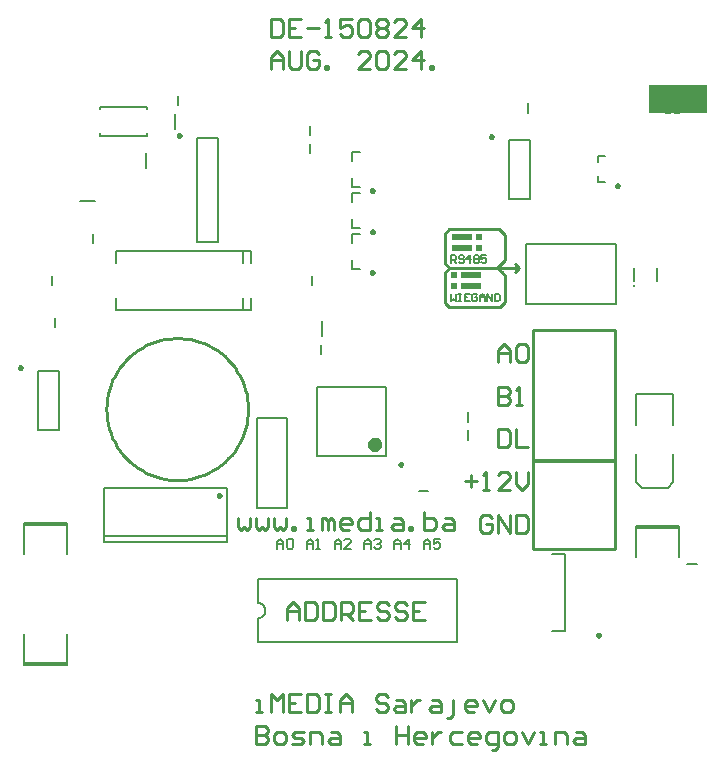
<source format=gto>
%FSDAX24Y24*%
%MOIN*%
%SFA1B1*%

%IPPOS*%
%ADD10C,0.009800*%
%ADD11C,0.010000*%
%ADD12C,0.023600*%
%ADD13C,0.007900*%
%ADD14C,0.003900*%
%ADD15C,0.008000*%
%ADD16C,0.005000*%
%ADD17R,0.194000X0.097000*%
%ADD18R,0.067000X0.022000*%
%ADD19R,0.068000X0.022000*%
%ADD20R,0.019000X0.022000*%
%LNde-150824-1*%
%LPD*%
G54D10*
X020141Y022633D02*
D01*
X020140Y022636*
X020140Y022639*
X020139Y022643*
X020139Y022646*
X020138Y022649*
X020136Y022652*
X020135Y022656*
X020133Y022658*
X020131Y022661*
X020129Y022664*
X020127Y022667*
X020124Y022669*
X020122Y022671*
X020119Y022673*
X020116Y022675*
X020113Y022677*
X020110Y022678*
X020107Y022679*
X020103Y022680*
X020100Y022681*
X020097Y022681*
X020093Y022681*
X020090*
X020086Y022681*
X020083Y022681*
X020080Y022680*
X020076Y022679*
X020073Y022678*
X020070Y022677*
X020067Y022675*
X020064Y022673*
X020061Y022671*
X020059Y022669*
X020056Y022667*
X020054Y022664*
X020052Y022661*
X020050Y022658*
X020048Y022656*
X020047Y022652*
X020045Y022649*
X020044Y022646*
X020044Y022643*
X020043Y022639*
X020043Y022636*
X020043Y022633*
X020043Y022629*
X020043Y022626*
X020044Y022622*
X020044Y022619*
X020045Y022616*
X020047Y022613*
X020048Y022609*
X020050Y022607*
X020052Y022604*
X020054Y022601*
X020056Y022598*
X020059Y022596*
X020061Y022594*
X020064Y022592*
X020067Y022590*
X020070Y022588*
X020073Y022587*
X020076Y022586*
X020080Y022585*
X020083Y022584*
X020086Y022584*
X020090Y022584*
X020093*
X020097Y022584*
X020100Y022584*
X020103Y022585*
X020107Y022586*
X020110Y022587*
X020113Y022588*
X020116Y022590*
X020119Y022592*
X020122Y022594*
X020124Y022596*
X020127Y022598*
X020129Y022601*
X020131Y022604*
X020133Y022607*
X020135Y022609*
X020136Y022613*
X020138Y022616*
X020139Y022619*
X020139Y022622*
X020140Y022626*
X020140Y022629*
X020141Y022633*
X033404Y032949D02*
D01*
X033403Y032952*
X033403Y032955*
X033402Y032959*
X033402Y032962*
X033401Y032965*
X033399Y032968*
X033398Y032972*
X033396Y032974*
X033394Y032977*
X033392Y032980*
X033390Y032983*
X033387Y032985*
X033385Y032987*
X033382Y032989*
X033379Y032991*
X033376Y032993*
X033373Y032994*
X033370Y032995*
X033366Y032996*
X033363Y032997*
X033360Y032997*
X033356Y032997*
X033353*
X033349Y032997*
X033346Y032997*
X033343Y032996*
X033339Y032995*
X033336Y032994*
X033333Y032993*
X033330Y032991*
X033327Y032989*
X033324Y032987*
X033322Y032985*
X033319Y032983*
X033317Y032980*
X033315Y032977*
X033313Y032974*
X033311Y032972*
X033310Y032968*
X033308Y032965*
X033307Y032962*
X033307Y032959*
X033306Y032955*
X033306Y032952*
X033306Y032949*
X033306Y032945*
X033306Y032942*
X033307Y032938*
X033307Y032935*
X033308Y032932*
X033310Y032929*
X033311Y032925*
X033313Y032923*
X033315Y032920*
X033317Y032917*
X033319Y032914*
X033322Y032912*
X033324Y032910*
X033327Y032908*
X033330Y032906*
X033333Y032904*
X033336Y032903*
X033339Y032902*
X033343Y032901*
X033346Y032900*
X033349Y032900*
X033353Y032900*
X033356*
X033360Y032900*
X033363Y032900*
X033366Y032901*
X033370Y032902*
X033373Y032903*
X033376Y032904*
X033379Y032906*
X033382Y032908*
X033385Y032910*
X033387Y032912*
X033390Y032914*
X033392Y032917*
X033394Y032920*
X033396Y032923*
X033398Y032925*
X033399Y032929*
X033401Y032932*
X033402Y032935*
X033402Y032938*
X033403Y032942*
X033403Y032945*
X033404Y032949*
X029204Y034585D02*
D01*
X029203Y034588*
X029203Y034591*
X029202Y034595*
X029202Y034598*
X029201Y034601*
X029199Y034604*
X029198Y034608*
X029196Y034610*
X029194Y034613*
X029192Y034616*
X029190Y034619*
X029187Y034621*
X029185Y034623*
X029182Y034625*
X029179Y034627*
X029176Y034629*
X029173Y034630*
X029170Y034631*
X029166Y034632*
X029163Y034633*
X029160Y034633*
X029156Y034633*
X029153*
X029149Y034633*
X029146Y034633*
X029143Y034632*
X029139Y034631*
X029136Y034630*
X029133Y034629*
X029130Y034627*
X029127Y034625*
X029124Y034623*
X029122Y034621*
X029119Y034619*
X029117Y034616*
X029115Y034613*
X029113Y034610*
X029111Y034608*
X029110Y034604*
X029108Y034601*
X029107Y034598*
X029107Y034595*
X029106Y034591*
X029106Y034588*
X029106Y034585*
X029106Y034581*
X029106Y034578*
X029107Y034574*
X029107Y034571*
X029108Y034568*
X029110Y034565*
X029111Y034561*
X029113Y034559*
X029115Y034556*
X029117Y034553*
X029119Y034550*
X029122Y034548*
X029124Y034546*
X029127Y034544*
X029130Y034542*
X029133Y034540*
X029136Y034539*
X029139Y034538*
X029143Y034537*
X029146Y034536*
X029149Y034536*
X029153Y034536*
X029156*
X029160Y034536*
X029163Y034536*
X029166Y034537*
X029170Y034538*
X029173Y034539*
X029176Y034540*
X029179Y034542*
X029182Y034544*
X029185Y034546*
X029187Y034548*
X029190Y034550*
X029192Y034553*
X029194Y034556*
X029196Y034559*
X029198Y034561*
X029199Y034565*
X029201Y034568*
X029202Y034571*
X029202Y034574*
X029203Y034578*
X029203Y034581*
X029204Y034585*
X032782Y017967D02*
D01*
X032781Y017970*
X032781Y017973*
X032780Y017977*
X032780Y017980*
X032779Y017983*
X032777Y017986*
X032776Y017990*
X032774Y017992*
X032772Y017995*
X032770Y017998*
X032768Y018001*
X032765Y018003*
X032763Y018005*
X032760Y018007*
X032757Y018009*
X032754Y018011*
X032751Y018012*
X032748Y018013*
X032744Y018014*
X032741Y018015*
X032738Y018015*
X032734Y018015*
X032731*
X032727Y018015*
X032724Y018015*
X032721Y018014*
X032717Y018013*
X032714Y018012*
X032711Y018011*
X032708Y018009*
X032705Y018007*
X032702Y018005*
X032700Y018003*
X032697Y018001*
X032695Y017998*
X032693Y017995*
X032691Y017992*
X032689Y017990*
X032688Y017986*
X032686Y017983*
X032685Y017980*
X032685Y017977*
X032684Y017973*
X032684Y017970*
X032684Y017967*
X032684Y017963*
X032684Y017960*
X032685Y017956*
X032685Y017953*
X032686Y017950*
X032688Y017947*
X032689Y017943*
X032691Y017941*
X032693Y017938*
X032695Y017935*
X032697Y017932*
X032700Y017930*
X032702Y017928*
X032705Y017926*
X032708Y017924*
X032711Y017922*
X032714Y017921*
X032717Y017920*
X032721Y017919*
X032724Y017918*
X032727Y017918*
X032731Y017918*
X032734*
X032738Y017918*
X032741Y017918*
X032744Y017919*
X032748Y017920*
X032751Y017921*
X032754Y017922*
X032757Y017924*
X032760Y017926*
X032763Y017928*
X032765Y017930*
X032768Y017932*
X032770Y017935*
X032772Y017938*
X032774Y017941*
X032776Y017943*
X032777Y017947*
X032779Y017950*
X032780Y017953*
X032780Y017956*
X032781Y017960*
X032781Y017963*
X032782Y017967*
X026193Y023673D02*
D01*
X026192Y023676*
X026192Y023679*
X026191Y023683*
X026191Y023686*
X026190Y023689*
X026188Y023692*
X026187Y023696*
X026185Y023698*
X026183Y023701*
X026181Y023704*
X026179Y023707*
X026176Y023709*
X026174Y023711*
X026171Y023713*
X026168Y023715*
X026165Y023717*
X026162Y023718*
X026159Y023719*
X026155Y023720*
X026152Y023721*
X026149Y023721*
X026145Y023721*
X026142*
X026138Y023721*
X026135Y023721*
X026132Y023720*
X026128Y023719*
X026125Y023718*
X026122Y023717*
X026119Y023715*
X026116Y023713*
X026113Y023711*
X026111Y023709*
X026108Y023707*
X026106Y023704*
X026104Y023701*
X026102Y023698*
X026100Y023696*
X026099Y023692*
X026097Y023689*
X026096Y023686*
X026096Y023683*
X026095Y023679*
X026095Y023676*
X026095Y023673*
X026095Y023669*
X026095Y023666*
X026096Y023662*
X026096Y023659*
X026097Y023656*
X026099Y023653*
X026100Y023649*
X026102Y023647*
X026104Y023644*
X026106Y023641*
X026108Y023638*
X026111Y023636*
X026113Y023634*
X026116Y023632*
X026119Y023630*
X026122Y023628*
X026125Y023627*
X026128Y023626*
X026132Y023625*
X026135Y023624*
X026138Y023624*
X026142Y023624*
X026145*
X026149Y023624*
X026152Y023624*
X026155Y023625*
X026159Y023626*
X026162Y023627*
X026165Y023628*
X026168Y023630*
X026171Y023632*
X026174Y023634*
X026176Y023636*
X026179Y023638*
X026181Y023641*
X026183Y023644*
X026185Y023647*
X026187Y023649*
X026188Y023653*
X026190Y023656*
X026191Y023659*
X026191Y023662*
X026192Y023666*
X026192Y023669*
X026193Y023673*
X025243Y032791D02*
D01*
X025242Y032794*
X025242Y032797*
X025241Y032801*
X025241Y032804*
X025240Y032807*
X025238Y032810*
X025237Y032814*
X025235Y032816*
X025233Y032819*
X025231Y032822*
X025229Y032825*
X025226Y032827*
X025224Y032829*
X025221Y032831*
X025218Y032833*
X025215Y032835*
X025212Y032836*
X025209Y032837*
X025205Y032838*
X025202Y032839*
X025199Y032839*
X025195Y032839*
X025192*
X025188Y032839*
X025185Y032839*
X025182Y032838*
X025178Y032837*
X025175Y032836*
X025172Y032835*
X025169Y032833*
X025166Y032831*
X025163Y032829*
X025161Y032827*
X025158Y032825*
X025156Y032822*
X025154Y032819*
X025152Y032816*
X025150Y032814*
X025149Y032810*
X025147Y032807*
X025146Y032804*
X025146Y032801*
X025145Y032797*
X025145Y032794*
X025145Y032791*
X025145Y032787*
X025145Y032784*
X025146Y032780*
X025146Y032777*
X025147Y032774*
X025149Y032771*
X025150Y032767*
X025152Y032765*
X025154Y032762*
X025156Y032759*
X025158Y032756*
X025161Y032754*
X025163Y032752*
X025166Y032750*
X025169Y032748*
X025172Y032746*
X025175Y032745*
X025178Y032744*
X025182Y032743*
X025185Y032742*
X025188Y032742*
X025192Y032742*
X025195*
X025199Y032742*
X025202Y032742*
X025205Y032743*
X025209Y032744*
X025212Y032745*
X025215Y032746*
X025218Y032748*
X025221Y032750*
X025224Y032752*
X025226Y032754*
X025229Y032756*
X025231Y032759*
X025233Y032762*
X025235Y032765*
X025237Y032767*
X025238Y032771*
X025240Y032774*
X025241Y032777*
X025241Y032780*
X025242Y032784*
X025242Y032787*
X025243Y032791*
Y031421D02*
D01*
X025242Y031424*
X025242Y031427*
X025241Y031431*
X025241Y031434*
X025240Y031437*
X025238Y031440*
X025237Y031444*
X025235Y031446*
X025233Y031449*
X025231Y031452*
X025229Y031455*
X025226Y031457*
X025224Y031459*
X025221Y031461*
X025218Y031463*
X025215Y031465*
X025212Y031466*
X025209Y031467*
X025205Y031468*
X025202Y031469*
X025199Y031469*
X025195Y031469*
X025192*
X025188Y031469*
X025185Y031469*
X025182Y031468*
X025178Y031467*
X025175Y031466*
X025172Y031465*
X025169Y031463*
X025166Y031461*
X025163Y031459*
X025161Y031457*
X025158Y031455*
X025156Y031452*
X025154Y031449*
X025152Y031446*
X025150Y031444*
X025149Y031440*
X025147Y031437*
X025146Y031434*
X025146Y031431*
X025145Y031427*
X025145Y031424*
X025145Y031421*
X025145Y031417*
X025145Y031414*
X025146Y031410*
X025146Y031407*
X025147Y031404*
X025149Y031401*
X025150Y031397*
X025152Y031395*
X025154Y031392*
X025156Y031389*
X025158Y031386*
X025161Y031384*
X025163Y031382*
X025166Y031380*
X025169Y031378*
X025172Y031376*
X025175Y031375*
X025178Y031374*
X025182Y031373*
X025185Y031372*
X025188Y031372*
X025192Y031372*
X025195*
X025199Y031372*
X025202Y031372*
X025205Y031373*
X025209Y031374*
X025212Y031375*
X025215Y031376*
X025218Y031378*
X025221Y031380*
X025224Y031382*
X025226Y031384*
X025229Y031386*
X025231Y031389*
X025233Y031392*
X025235Y031395*
X025237Y031397*
X025238Y031401*
X025240Y031404*
X025241Y031407*
X025241Y031410*
X025242Y031414*
X025242Y031417*
X025243Y031421*
Y030061D02*
D01*
X025242Y030064*
X025242Y030067*
X025241Y030071*
X025241Y030074*
X025240Y030077*
X025238Y030080*
X025237Y030084*
X025235Y030086*
X025233Y030089*
X025231Y030092*
X025229Y030095*
X025226Y030097*
X025224Y030099*
X025221Y030101*
X025218Y030103*
X025215Y030105*
X025212Y030106*
X025209Y030107*
X025205Y030108*
X025202Y030109*
X025199Y030109*
X025195Y030109*
X025192*
X025188Y030109*
X025185Y030109*
X025182Y030108*
X025178Y030107*
X025175Y030106*
X025172Y030105*
X025169Y030103*
X025166Y030101*
X025163Y030099*
X025161Y030097*
X025158Y030095*
X025156Y030092*
X025154Y030089*
X025152Y030086*
X025150Y030084*
X025149Y030080*
X025147Y030077*
X025146Y030074*
X025146Y030071*
X025145Y030067*
X025145Y030064*
X025145Y030061*
X025145Y030057*
X025145Y030054*
X025146Y030050*
X025146Y030047*
X025147Y030044*
X025149Y030041*
X025150Y030037*
X025152Y030035*
X025154Y030032*
X025156Y030029*
X025158Y030026*
X025161Y030024*
X025163Y030022*
X025166Y030020*
X025169Y030018*
X025172Y030016*
X025175Y030015*
X025178Y030014*
X025182Y030013*
X025185Y030012*
X025188Y030012*
X025192Y030012*
X025195*
X025199Y030012*
X025202Y030012*
X025205Y030013*
X025209Y030014*
X025212Y030015*
X025215Y030016*
X025218Y030018*
X025221Y030020*
X025224Y030022*
X025226Y030024*
X025229Y030026*
X025231Y030029*
X025233Y030032*
X025235Y030035*
X025237Y030037*
X025238Y030041*
X025240Y030044*
X025241Y030047*
X025241Y030050*
X025242Y030054*
X025242Y030057*
X025243Y030061*
X018804Y034635D02*
D01*
X018803Y034638*
X018803Y034641*
X018802Y034645*
X018802Y034648*
X018801Y034651*
X018799Y034654*
X018798Y034658*
X018796Y034660*
X018794Y034663*
X018792Y034666*
X018790Y034669*
X018787Y034671*
X018785Y034673*
X018782Y034675*
X018779Y034677*
X018776Y034679*
X018773Y034680*
X018770Y034681*
X018766Y034682*
X018763Y034683*
X018760Y034683*
X018756Y034683*
X018753*
X018749Y034683*
X018746Y034683*
X018743Y034682*
X018739Y034681*
X018736Y034680*
X018733Y034679*
X018730Y034677*
X018727Y034675*
X018724Y034673*
X018722Y034671*
X018719Y034669*
X018717Y034666*
X018715Y034663*
X018713Y034660*
X018711Y034658*
X018710Y034654*
X018708Y034651*
X018707Y034648*
X018707Y034645*
X018706Y034641*
X018706Y034638*
X018706Y034635*
X018706Y034631*
X018706Y034628*
X018707Y034624*
X018707Y034621*
X018708Y034618*
X018710Y034615*
X018711Y034611*
X018713Y034609*
X018715Y034606*
X018717Y034603*
X018719Y034600*
X018722Y034598*
X018724Y034596*
X018727Y034594*
X018730Y034592*
X018733Y034590*
X018736Y034589*
X018739Y034588*
X018743Y034587*
X018746Y034586*
X018749Y034586*
X018753Y034586*
X018756*
X018760Y034586*
X018763Y034586*
X018766Y034587*
X018770Y034588*
X018773Y034589*
X018776Y034590*
X018779Y034592*
X018782Y034594*
X018785Y034596*
X018787Y034598*
X018790Y034600*
X018792Y034603*
X018794Y034606*
X018796Y034609*
X018798Y034611*
X018799Y034615*
X018801Y034618*
X018802Y034621*
X018802Y034624*
X018803Y034628*
X018803Y034631*
X018804Y034635*
X013504Y026885D02*
D01*
X013503Y026888*
X013503Y026891*
X013502Y026895*
X013502Y026898*
X013501Y026901*
X013499Y026904*
X013498Y026908*
X013496Y026910*
X013494Y026913*
X013492Y026916*
X013490Y026919*
X013487Y026921*
X013485Y026923*
X013482Y026925*
X013479Y026927*
X013476Y026929*
X013473Y026930*
X013470Y026931*
X013466Y026932*
X013463Y026933*
X013460Y026933*
X013456Y026933*
X013453*
X013449Y026933*
X013446Y026933*
X013443Y026932*
X013439Y026931*
X013436Y026930*
X013433Y026929*
X013430Y026927*
X013427Y026925*
X013424Y026923*
X013422Y026921*
X013419Y026919*
X013417Y026916*
X013415Y026913*
X013413Y026910*
X013411Y026908*
X013410Y026904*
X013408Y026901*
X013407Y026898*
X013407Y026895*
X013406Y026891*
X013406Y026888*
X013406Y026885*
X013406Y026881*
X013406Y026878*
X013407Y026874*
X013407Y026871*
X013408Y026868*
X013410Y026865*
X013411Y026861*
X013413Y026859*
X013415Y026856*
X013417Y026853*
X013419Y026850*
X013422Y026848*
X013424Y026846*
X013427Y026844*
X013430Y026842*
X013433Y026840*
X013436Y026839*
X013439Y026838*
X013443Y026837*
X013446Y026836*
X013449Y026836*
X013453Y026836*
X013456*
X013460Y026836*
X013463Y026836*
X013466Y026837*
X013470Y026838*
X013473Y026839*
X013476Y026840*
X013479Y026842*
X013482Y026844*
X013485Y026846*
X013487Y026848*
X013490Y026850*
X013492Y026853*
X013494Y026856*
X013496Y026859*
X013498Y026861*
X013499Y026865*
X013501Y026868*
X013502Y026871*
X013502Y026874*
X013503Y026878*
X013503Y026881*
X013504Y026885*
G54D11*
X021052Y025510D02*
D01*
X021046Y025674*
X021029Y025838*
X021000Y026001*
X020960Y026161*
X020909Y026317*
X020847Y026470*
X020775Y026618*
X020693Y026761*
X020600Y026898*
X020499Y027028*
X020389Y027150*
X020270Y027265*
X020144Y027371*
X020010Y027468*
X019871Y027555*
X019725Y027632*
X019574Y027700*
X019419Y027756*
X019261Y027801*
X019100Y027836*
X018936Y027859*
X018772Y027870*
X018607*
X018443Y027859*
X018279Y027836*
X018118Y027801*
X017960Y027756*
X017805Y027700*
X017654Y027632*
X017508Y027555*
X017369Y027468*
X017235Y027371*
X017109Y027265*
X016990Y027150*
X016880Y027028*
X016779Y026898*
X016686Y026761*
X016604Y026618*
X016532Y026470*
X016470Y026317*
X016419Y026161*
X016379Y026001*
X016350Y025838*
X016333Y025674*
X016328Y025510*
X016333Y025345*
X016350Y025181*
X016379Y025018*
X016419Y024858*
X016470Y024702*
X016532Y024549*
X016604Y024401*
X016686Y024258*
X016779Y024121*
X016880Y023991*
X016990Y023869*
X017109Y023754*
X017235Y023648*
X017369Y023551*
X017509Y023464*
X017654Y023387*
X017805Y023319*
X017960Y023263*
X018118Y023218*
X018279Y023183*
X018443Y023160*
X018607Y023149*
X018772*
X018936Y023160*
X019100Y023183*
X019261Y023218*
X019419Y023263*
X019574Y023319*
X019725Y023387*
X019871Y023464*
X020010Y023551*
X020144Y023648*
X020270Y023754*
X020389Y023869*
X020499Y023991*
X020600Y024121*
X020693Y024258*
X020775Y024401*
X020847Y024549*
X020909Y024702*
X020960Y024858*
X021000Y025018*
X021029Y025181*
X021046Y025345*
X021052Y025510*
X030542Y028135D02*
X033298D01*
X030542Y023805D02*
X033298D01*
X030542D02*
Y028135D01*
X033298Y023805D02*
Y028135D01*
X030542Y020834D02*
Y023786D01*
Y020834D02*
X033298D01*
X030542Y023786D02*
X033298D01*
Y020834D02*
Y023786D01*
X027610Y031350D02*
X027760Y031500D01*
X029410D02*
X029600Y031310D01*
Y030470D02*
Y031310D01*
X027610Y030370D02*
X027760Y030220D01*
X027610Y030370D02*
Y031350D01*
X027600Y029060D02*
X027738Y028923D01*
X027600Y029060D02*
Y030060D01*
X027760Y030220*
X029350*
X029500Y030070*
X029610Y029960*
X029350Y030220D02*
X029600Y030470D01*
X027738Y028923D02*
X029462D01*
X029610Y029070*
Y029960*
X027760Y031500D02*
X029410D01*
X029350Y030220D02*
X030080D01*
X029950Y030350D02*
X030080Y030220D01*
Y030210D02*
Y030220D01*
X029950Y030080D02*
X030080Y030210D01*
X029170Y021870D02*
X029070Y021970D01*
X028870*
X028770Y021870*
Y021470*
X028870Y021370*
X029070*
X029170Y021470*
Y021670*
X028970*
X029370Y021370D02*
Y021970D01*
X029770Y021370*
Y021970*
X029970D02*
Y021370D01*
X030270*
X030370Y021470*
Y021870*
X030270Y021970*
X029970*
X028270Y023100D02*
X028670D01*
X028470Y023300D02*
Y022900D01*
X028870Y022800D02*
X029070D01*
X028970*
Y023400*
X028870Y023300*
X029770Y022800D02*
X029370D01*
X029770Y023200*
Y023300*
X029670Y023400*
X029470*
X029370Y023300*
X029970Y023400D02*
Y023000D01*
X030170Y022800*
X030370Y023000*
Y023400*
X029370Y024830D02*
Y024230D01*
X029670*
X029770Y024330*
Y024730*
X029670Y024830*
X029370*
X029970D02*
Y024230D01*
X030370*
X029370Y026260D02*
Y025660D01*
X029670*
X029770Y025760*
Y025860*
X029670Y025960*
X029370*
X029670*
X029770Y026060*
Y026160*
X029670Y026260*
X029370*
X029970Y025660D02*
X030170D01*
X030070*
Y026260*
X029970Y026160*
X029370Y027090D02*
Y027490D01*
X029570Y027690*
X029770Y027490*
Y027090*
Y027390*
X029370*
X029970Y027590D02*
X030070Y027690D01*
X030270*
X030370Y027590*
Y027190*
X030270Y027090*
X030070*
X029970Y027190*
Y027590*
X020720Y021890D02*
Y021590D01*
X020820Y021490*
X020920Y021590*
X021020Y021490*
X021120Y021590*
Y021890*
X021320D02*
Y021590D01*
X021420Y021490*
X021520Y021590*
X021620Y021490*
X021720Y021590*
Y021890*
X021920D02*
Y021590D01*
X022020Y021490*
X022120Y021590*
X022220Y021490*
X022319Y021590*
Y021890*
X022519Y021490D02*
Y021590D01*
X022619*
Y021490*
X022519*
X023019D02*
X023219D01*
X023119*
Y021890*
X023019*
X023519Y021490D02*
Y021890D01*
X023619*
X023719Y021790*
Y021490*
Y021790*
X023819Y021890*
X023919Y021790*
Y021490*
X024419D02*
X024219D01*
X024119Y021590*
Y021790*
X024219Y021890*
X024419*
X024519Y021790*
Y021690*
X024119*
X025119Y022090D02*
Y021490D01*
X024819*
X024719Y021590*
Y021790*
X024819Y021890*
X025119*
X025319Y021490D02*
X025518D01*
X025418*
Y021890*
X025319*
X025918D02*
X026118D01*
X026218Y021790*
Y021490*
X025918*
X025818Y021590*
X025918Y021690*
X026218*
X026418Y021490D02*
Y021590D01*
X026518*
Y021490*
X026418*
X026918Y022090D02*
Y021490D01*
X027218*
X027318Y021590*
Y021690*
Y021790*
X027218Y021890*
X026918*
X027618D02*
X027818D01*
X027918Y021790*
Y021490*
X027618*
X027518Y021590*
X027618Y021690*
X027918*
X021300Y015410D02*
X021500D01*
X021400*
Y015810*
X021300*
X021800Y015410D02*
Y016010D01*
X022000Y015810*
X022200Y016010*
Y015410*
X022800Y016010D02*
X022400D01*
Y015410*
X022800*
X022400Y015710D02*
X022600D01*
X022999Y016010D02*
Y015410D01*
X023299*
X023399Y015510*
Y015910*
X023299Y016010*
X022999*
X023599D02*
X023799D01*
X023699*
Y015410*
X023599*
X023799*
X024099D02*
Y015810D01*
X024299Y016010*
X024499Y015810*
Y015410*
Y015710*
X024099*
X025699Y015910D02*
X025599Y016010D01*
X025399*
X025299Y015910*
Y015810*
X025399Y015710*
X025599*
X025699Y015610*
Y015510*
X025599Y015410*
X025399*
X025299Y015510*
X025998Y015810D02*
X026198D01*
X026298Y015710*
Y015410*
X025998*
X025899Y015510*
X025998Y015610*
X026298*
X026498Y015810D02*
Y015410D01*
Y015610*
X026598Y015710*
X026698Y015810*
X026798*
X027198D02*
X027398D01*
X027498Y015710*
Y015410*
X027198*
X027098Y015510*
X027198Y015610*
X027498*
X027698Y015210D02*
X027798D01*
X027898Y015310*
Y015810*
X028598Y015410D02*
X028398D01*
X028298Y015510*
Y015710*
X028398Y015810*
X028598*
X028698Y015710*
Y015610*
X028298*
X028898Y015810D02*
X029097Y015410D01*
X029297Y015810*
X029597Y015410D02*
X029797D01*
X029897Y015510*
Y015710*
X029797Y015810*
X029597*
X029497Y015710*
Y015510*
X029597Y015410*
X021300Y014940D02*
Y014340D01*
X021600*
X021700Y014440*
Y014540*
X021600Y014640*
X021300*
X021600*
X021700Y014740*
Y014840*
X021600Y014940*
X021300*
X022000Y014340D02*
X022200D01*
X022300Y014440*
Y014640*
X022200Y014740*
X022000*
X021900Y014640*
Y014440*
X022000Y014340*
X022500D02*
X022800D01*
X022899Y014440*
X022800Y014540*
X022600*
X022500Y014640*
X022600Y014740*
X022899*
X023099Y014340D02*
Y014740D01*
X023399*
X023499Y014640*
Y014340*
X023799Y014740D02*
X023999D01*
X024099Y014640*
Y014340*
X023799*
X023699Y014440*
X023799Y014540*
X024099*
X024899Y014340D02*
X025099D01*
X024999*
Y014740*
X024899*
X025998Y014940D02*
Y014340D01*
Y014640*
X026398*
Y014940*
Y014340*
X026898D02*
X026698D01*
X026598Y014440*
Y014640*
X026698Y014740*
X026898*
X026998Y014640*
Y014540*
X026598*
X027198Y014740D02*
Y014340D01*
Y014540*
X027298Y014640*
X027398Y014740*
X027498*
X028198D02*
X027898D01*
X027798Y014640*
Y014440*
X027898Y014340*
X028198*
X028698D02*
X028498D01*
X028398Y014440*
Y014640*
X028498Y014740*
X028698*
X028798Y014640*
Y014540*
X028398*
X029197Y014140D02*
X029297D01*
X029397Y014240*
Y014740*
X029097*
X028998Y014640*
Y014440*
X029097Y014340*
X029397*
X029697D02*
X029897D01*
X029997Y014440*
Y014640*
X029897Y014740*
X029697*
X029597Y014640*
Y014440*
X029697Y014340*
X030197Y014740D02*
X030397Y014340D01*
X030597Y014740*
X030797Y014340D02*
X030997D01*
X030897*
Y014740*
X030797*
X031297Y014340D02*
Y014740D01*
X031597*
X031697Y014640*
Y014340*
X031997Y014740D02*
X032196D01*
X032296Y014640*
Y014340*
X031997*
X031897Y014440*
X031997Y014540*
X032296*
X021810Y038500D02*
Y037900D01*
X022110*
X022210Y038000*
Y038400*
X022110Y038500*
X021810*
X022810D02*
X022410D01*
Y037900*
X022810*
X022410Y038200D02*
X022610D01*
X023010D02*
X023409D01*
X023609Y037900D02*
X023809D01*
X023709*
Y038500*
X023609Y038400*
X024509Y038500D02*
X024109D01*
Y038200*
X024309Y038300*
X024409*
X024509Y038200*
Y038000*
X024409Y037900*
X024209*
X024109Y038000*
X024709Y038400D02*
X024809Y038500D01*
X025009*
X025109Y038400*
Y038000*
X025009Y037900*
X024809*
X024709Y038000*
Y038400*
X025309D02*
X025409Y038500D01*
X025609*
X025709Y038400*
Y038300*
X025609Y038200*
X025709Y038100*
Y038000*
X025609Y037900*
X025409*
X025309Y038000*
Y038100*
X025409Y038200*
X025309Y038300*
Y038400*
X025409Y038200D02*
X025609D01*
X026309Y037900D02*
X025909D01*
X026309Y038300*
Y038400*
X026209Y038500*
X026009*
X025909Y038400*
X026808Y037900D02*
Y038500D01*
X026508Y038200*
X026908*
X021810Y036840D02*
Y037240D01*
X022010Y037440*
X022210Y037240*
Y036840*
Y037140*
X021810*
X022410Y037440D02*
Y036940D01*
X022510Y036840*
X022710*
X022810Y036940*
Y037440*
X023409Y037340D02*
X023310Y037440D01*
X023110*
X023010Y037340*
Y036940*
X023110Y036840*
X023310*
X023409Y036940*
Y037140*
X023210*
X023609Y036840D02*
Y036940D01*
X023709*
Y036840*
X023609*
X025109D02*
X024709D01*
X025109Y037240*
Y037340*
X025009Y037440*
X024809*
X024709Y037340*
X025309D02*
X025409Y037440D01*
X025609*
X025709Y037340*
Y036940*
X025609Y036840*
X025409*
X025309Y036940*
Y037340*
X026309Y036840D02*
X025909D01*
X026309Y037240*
Y037340*
X026209Y037440*
X026009*
X025909Y037340*
X026808Y036840D02*
Y037440D01*
X026508Y037140*
X026908*
X027108Y036840D02*
Y036940D01*
X027208*
Y036840*
X027108*
X022340Y018470D02*
Y018870D01*
X022540Y019070*
X022740Y018870*
Y018470*
Y018770*
X022340*
X022940Y019070D02*
Y018470D01*
X023240*
X023340Y018570*
Y018970*
X023240Y019070*
X022940*
X023540D02*
Y018470D01*
X023840*
X023939Y018570*
Y018970*
X023840Y019070*
X023540*
X024139Y018470D02*
Y019070D01*
X024439*
X024539Y018970*
Y018770*
X024439Y018670*
X024139*
X024339D02*
X024539Y018470D01*
X025139Y019070D02*
X024739D01*
Y018470*
X025139*
X024739Y018770D02*
X024939D01*
X025739Y018970D02*
X025639Y019070D01*
X025439*
X025339Y018970*
Y018870*
X025439Y018770*
X025639*
X025739Y018670*
Y018570*
X025639Y018470*
X025439*
X025339Y018570*
X026339Y018970D02*
X026239Y019070D01*
X026039*
X025939Y018970*
Y018870*
X026039Y018770*
X026239*
X026339Y018670*
Y018570*
X026239Y018470*
X026039*
X025939Y018570*
X026939Y019070D02*
X026539D01*
Y018470*
X026939*
X026539Y018770D02*
X026739D01*
X035630Y035960D02*
X035580Y036010D01*
X035480*
X035430Y035960*
Y035760*
X035480Y035710*
X035580*
X035630Y035760*
X035730Y035710D02*
X035830D01*
X035780*
Y036010*
X035730Y035960*
X035626D02*
X035576Y036010D01*
X035476*
X035426Y035960*
Y035760*
X035476Y035710*
X035576*
X035626Y035760*
X035926Y035710D02*
X035726D01*
X035926Y035910*
Y035960*
X035876Y036010*
X035776*
X035726Y035960*
X035630D02*
X035580Y036010D01*
X035480*
X035430Y035960*
Y035760*
X035480Y035710*
X035580*
X035630Y035760*
X035730Y035960D02*
X035780Y036010D01*
X035880*
X035930Y035960*
Y035910*
X035880Y035860*
X035830*
X035880*
X035930Y035810*
Y035760*
X035880Y035710*
X035780*
X035730Y035760*
X035630Y035960D02*
X035580Y036010D01*
X035480*
X035430Y035960*
Y035760*
X035480Y035710*
X035580*
X035630Y035760*
X035880Y035710D02*
Y036010D01*
X035730Y035860*
X035930*
X035630Y035960D02*
X035580Y036010D01*
X035480*
X035430Y035960*
Y035760*
X035480Y035710*
X035580*
X035630Y035760*
X035930Y036010D02*
X035730D01*
Y035860*
X035830Y035910*
X035880*
X035930Y035860*
Y035760*
X035880Y035710*
X035780*
X035730Y035760*
X035630Y035960D02*
X035580Y036010D01*
X035480*
X035430Y035960*
Y035760*
X035480Y035710*
X035580*
X035630Y035760*
X035930Y036010D02*
X035830Y035960D01*
X035730Y035860*
Y035760*
X035780Y035710*
X035880*
X035930Y035760*
Y035810*
X035880Y035860*
X035730*
X035630Y035960D02*
X035580Y036010D01*
X035480*
X035430Y035960*
Y035760*
X035480Y035710*
X035580*
X035630Y035760*
X035730Y036010D02*
X035930D01*
Y035960*
X035730Y035760*
Y035710*
X035630Y035960D02*
X035580Y036010D01*
X035480*
X035430Y035960*
Y035760*
X035480Y035710*
X035580*
X035630Y035760*
X035730Y035960D02*
X035780Y036010D01*
X035880*
X035930Y035960*
Y035910*
X035880Y035860*
X035930Y035810*
Y035760*
X035880Y035710*
X035780*
X035730Y035760*
Y035810*
X035780Y035860*
X035730Y035910*
Y035960*
X035780Y035860D02*
X035880D01*
X035630Y035960D02*
X035580Y036010D01*
X035480*
X035430Y035960*
Y035760*
X035480Y035710*
X035580*
X035630Y035760*
X035730D02*
X035780Y035710D01*
X035880*
X035930Y035760*
Y035960*
X035880Y036010*
X035780*
X035730Y035960*
Y035910*
X035780Y035860*
X035930*
X035630Y035960D02*
X035580Y036010D01*
X035480*
X035430Y035960*
Y035760*
X035480Y035710*
X035580*
X035630Y035760*
X035730Y035710D02*
X035830D01*
X035780*
Y036010*
X035730Y035960*
X035980Y035710D02*
X036080D01*
X036030*
Y036010*
X035980Y035960*
X035630D02*
X035580Y036010D01*
X035480*
X035430Y035960*
Y035760*
X035480Y035710*
X035580*
X035630Y035760*
X035730Y035710D02*
X035830D01*
X035780*
Y036010*
X035730Y035960*
X036180Y035710D02*
X035980D01*
X036180Y035910*
Y035960*
X036130Y036010*
X036030*
X035980Y035960*
X035630D02*
X035580Y036010D01*
X035480*
X035430Y035960*
Y035760*
X035480Y035710*
X035580*
X035630Y035760*
X035730Y035710D02*
X035830D01*
X035780*
Y036010*
X035730Y035960*
X036130Y035710D02*
Y036010D01*
X035980Y035860*
X036180*
X035626Y035960D02*
X035576Y036010D01*
X035476*
X035426Y035960*
Y035760*
X035476Y035710*
X035576*
X035626Y035760*
X035726Y035710D02*
X035826D01*
X035776*
Y036010*
X035726Y035960*
X036176Y036010D02*
X035976D01*
Y035860*
X036076Y035910*
X036126*
X036176Y035860*
Y035760*
X036126Y035710*
X036026*
X035976Y035760*
X035630Y035960D02*
X035580Y036010D01*
X035480*
X035430Y035960*
Y035760*
X035480Y035710*
X035580*
X035630Y035760*
X035730Y035710D02*
X035830D01*
X035780*
Y036010*
X035730Y035960*
X036180Y036010D02*
X036080Y035960D01*
X035980Y035860*
Y035760*
X036030Y035710*
X036130*
X036180Y035760*
Y035810*
X036130Y035860*
X035980*
X035630Y035960D02*
X035580Y036010D01*
X035480*
X035430Y035960*
Y035760*
X035480Y035710*
X035580*
X035630Y035760*
X035730Y035710D02*
X035830D01*
X035780*
Y036010*
X035730Y035960*
X035980D02*
X036030Y036010D01*
X036130*
X036180Y035960*
Y035910*
X036130Y035860*
X036180Y035810*
Y035760*
X036130Y035710*
X036030*
X035980Y035760*
Y035810*
X036030Y035860*
X035980Y035910*
Y035960*
X036030Y035860D02*
X036130D01*
X035630Y035960D02*
X035580Y036010D01*
X035480*
X035430Y035960*
Y035760*
X035480Y035710*
X035580*
X035630Y035760*
X035730Y035710D02*
X035830D01*
X035780*
Y036010*
X035730Y035960*
X035980Y035760D02*
X036030Y035710D01*
X036130*
X036180Y035760*
Y035960*
X036130Y036010*
X036030*
X035980Y035960*
Y035910*
X036030Y035860*
X036180*
X035630Y035960D02*
X035580Y036010D01*
X035480*
X035430Y035960*
Y035760*
X035480Y035710*
X035580*
X035630Y035760*
X035930Y035710D02*
X035730D01*
X035930Y035910*
Y035960*
X035880Y036010*
X035780*
X035730Y035960*
X036030D02*
X036080Y036010D01*
X036180*
X036230Y035960*
Y035760*
X036180Y035710*
X036080*
X036030Y035760*
Y035960*
X035630D02*
X035580Y036010D01*
X035480*
X035430Y035960*
Y035760*
X035480Y035710*
X035580*
X035630Y035760*
X035930Y035710D02*
X035730D01*
X035930Y035910*
Y035960*
X035880Y036010*
X035780*
X035730Y035960*
X036030Y035710D02*
X036130D01*
X036080*
Y036010*
X036030Y035960*
X035630D02*
X035580Y036010D01*
X035480*
X035430Y035960*
Y035760*
X035480Y035710*
X035580*
X035630Y035760*
X035930Y035710D02*
X035730D01*
X035930Y035910*
Y035960*
X035880Y036010*
X035780*
X035730Y035960*
X036230Y035710D02*
X036030D01*
X036230Y035910*
Y035960*
X036180Y036010*
X036080*
X036030Y035960*
X035430Y036010D02*
Y035710D01*
X035580*
X035630Y035760*
Y035960*
X035580Y036010*
X035430*
X035730Y035710D02*
X035830D01*
X035780*
Y036010*
X035730Y035960*
X035430Y036010D02*
Y035710D01*
X035630*
X035730D02*
X035830D01*
X035780*
Y036010*
X035730Y035960*
X035420Y036004D02*
Y035704D01*
X035620*
X035920Y035954D02*
X035870Y036004D01*
X035770*
X035720Y035954*
Y035904*
X035770Y035854*
X035870*
X035920Y035804*
Y035754*
X035870Y035704*
X035770*
X035720Y035754*
X036020Y035704D02*
X036120D01*
X036070*
Y036004*
X036020Y035954*
X035430Y035710D02*
Y036010D01*
X035580*
X035630Y035960*
Y035860*
X035580Y035810*
X035430*
X035730Y035710D02*
X035830D01*
X035780*
Y036010*
X035730Y035960*
X035430Y035710D02*
Y036010D01*
X035580*
X035630Y035960*
Y035860*
X035580Y035810*
X035430*
X035930Y035710D02*
X035730D01*
X035930Y035910*
Y035960*
X035880Y036010*
X035780*
X035730Y035960*
X035430Y035704D02*
Y036004D01*
X035580*
X035630Y035954*
Y035854*
X035580Y035804*
X035430*
X035930Y035954D02*
X035880Y036004D01*
X035780*
X035730Y035954*
Y035904*
X035780Y035854*
X035880*
X035930Y035804*
Y035754*
X035880Y035704*
X035780*
X035730Y035754*
X036030Y035704D02*
X036130D01*
X036080*
Y036004*
X036030Y035954*
X035623Y035756D02*
Y035956D01*
X035573Y036006*
X035473*
X035423Y035956*
Y035756*
X035473Y035706*
X035573*
X035523Y035806D02*
X035623Y035706D01*
X035573D02*
X035623Y035756D01*
X035923Y035706D02*
X035723D01*
X035923Y035906*
Y035956*
X035873Y036006*
X035773*
X035723Y035956*
X035623Y035753D02*
Y035953D01*
X035573Y036003*
X035473*
X035423Y035953*
Y035753*
X035473Y035703*
X035573*
X035523Y035803D02*
X035623Y035703D01*
X035573D02*
X035623Y035753D01*
X035873Y035703D02*
Y036003D01*
X035723Y035853*
X035923*
X035623Y035760D02*
Y035960D01*
X035573Y036010*
X035473*
X035423Y035960*
Y035760*
X035473Y035710*
X035573*
X035523Y035810D02*
X035623Y035710D01*
X035573D02*
X035623Y035760D01*
X035923Y036010D02*
X035723D01*
Y035860*
X035823Y035910*
X035873*
X035923Y035860*
Y035760*
X035873Y035710*
X035773*
X035723Y035760*
X035430Y035710D02*
Y036010D01*
X035580*
X035630Y035960*
Y035860*
X035580Y035810*
X035430*
X035530D02*
X035630Y035710D01*
X035880D02*
Y036010D01*
X035730Y035860*
X035930*
X035430Y035705D02*
Y036005D01*
X035580*
X035630Y035955*
Y035855*
X035580Y035805*
X035430*
X035530D02*
X035630Y035705D01*
X035930Y036005D02*
X035730D01*
Y035855*
X035830Y035905*
X035880*
X035930Y035855*
Y035755*
X035880Y035705*
X035780*
X035730Y035755*
X035430Y035710D02*
Y036010D01*
X035580*
X035630Y035960*
Y035860*
X035580Y035810*
X035430*
X035530D02*
X035630Y035710D01*
X035930Y036010D02*
X035830Y035960D01*
X035730Y035860*
Y035760*
X035780Y035710*
X035880*
X035930Y035760*
Y035810*
X035880Y035860*
X035730*
X035430Y035710D02*
Y036010D01*
X035580*
X035630Y035960*
Y035860*
X035580Y035810*
X035430*
X035530D02*
X035630Y035710D01*
X035730Y036010D02*
X035930D01*
Y035960*
X035730Y035760*
Y035710*
X035430D02*
Y036010D01*
X035580*
X035630Y035960*
Y035860*
X035580Y035810*
X035430*
X035530D02*
X035630Y035710D01*
X035730D02*
X035830D01*
X035780*
Y036010*
X035730Y035960*
X035980Y035710D02*
X036080D01*
X036030*
Y036010*
X035980Y035960*
X035430Y035710D02*
Y036010D01*
X035580*
X035630Y035960*
Y035860*
X035580Y035810*
X035430*
X035530D02*
X035630Y035710D01*
X035730D02*
X035830D01*
X035780*
Y036010*
X035730Y035960*
X036180Y035710D02*
X035980D01*
X036180Y035910*
Y035960*
X036130Y036010*
X036030*
X035980Y035960*
X035430Y035710D02*
Y036010D01*
X035580*
X035630Y035960*
Y035860*
X035580Y035810*
X035430*
X035530D02*
X035630Y035710D01*
X035730D02*
X035830D01*
X035780*
Y036010*
X035730Y035960*
X035980D02*
X036030Y036010D01*
X036130*
X036180Y035960*
Y035910*
X036130Y035860*
X036080*
X036130*
X036180Y035810*
Y035760*
X036130Y035710*
X036030*
X035980Y035760*
X035430Y035710D02*
Y036010D01*
X035580*
X035630Y035960*
Y035860*
X035580Y035810*
X035430*
X035530D02*
X035630Y035710D01*
X035730D02*
X035830D01*
X035780*
Y036010*
X035730Y035960*
X036180Y036010D02*
X036080Y035960D01*
X035980Y035860*
Y035760*
X036030Y035710*
X036130*
X036180Y035760*
Y035810*
X036130Y035860*
X035980*
X035430Y035710D02*
Y036010D01*
X035580*
X035630Y035960*
Y035860*
X035580Y035810*
X035430*
X035530D02*
X035630Y035710D01*
X035730D02*
X035830D01*
X035780*
Y036010*
X035730Y035960*
X035980Y036010D02*
X036180D01*
Y035960*
X035980Y035760*
Y035710*
X035430D02*
Y036010D01*
X035580*
X035630Y035960*
Y035860*
X035580Y035810*
X035430*
X035530D02*
X035630Y035710D01*
X035730D02*
X035830D01*
X035780*
Y036010*
X035730Y035960*
X035980Y035760D02*
X036030Y035710D01*
X036130*
X036180Y035760*
Y035960*
X036130Y036010*
X036030*
X035980Y035960*
Y035910*
X036030Y035860*
X036180*
X035430Y035710D02*
Y036010D01*
X035580*
X035630Y035960*
Y035860*
X035580Y035810*
X035430*
X035530D02*
X035630Y035710D01*
X035930D02*
X035730D01*
X035930Y035910*
Y035960*
X035880Y036010*
X035780*
X035730Y035960*
X036030D02*
X036080Y036010D01*
X036180*
X036230Y035960*
Y035760*
X036180Y035710*
X036080*
X036030Y035760*
Y035960*
X035430Y035710D02*
Y036010D01*
X035580*
X035630Y035960*
Y035860*
X035580Y035810*
X035430*
X035530D02*
X035630Y035710D01*
X035930D02*
X035730D01*
X035930Y035910*
Y035960*
X035880Y036010*
X035780*
X035730Y035960*
X036030Y035710D02*
X036130D01*
X036080*
Y036010*
X036030Y035960*
X035430Y035705D02*
Y036005D01*
X035580*
X035630Y035955*
Y035855*
X035580Y035805*
X035430*
X035530D02*
X035630Y035705D01*
X035930D02*
X035730D01*
X035930Y035905*
Y035955*
X035880Y036005*
X035780*
X035730Y035955*
X036030D02*
X036080Y036005D01*
X036180*
X036230Y035955*
Y035905*
X036180Y035855*
X036130*
X036180*
X036230Y035805*
Y035755*
X036180Y035705*
X036080*
X036030Y035755*
X035424Y035710D02*
Y036010D01*
X035574*
X035624Y035960*
Y035860*
X035574Y035810*
X035424*
X035524D02*
X035624Y035710D01*
X035924D02*
X035724D01*
X035924Y035910*
Y035960*
X035874Y036010*
X035774*
X035724Y035960*
X036174Y035710D02*
Y036010D01*
X036024Y035860*
X036224*
X035430Y035710D02*
Y036010D01*
X035580*
X035630Y035960*
Y035860*
X035580Y035810*
X035430*
X035530D02*
X035630Y035710D01*
X035930D02*
X035730D01*
X035930Y035910*
Y035960*
X035880Y036010*
X035780*
X035730Y035960*
X036230Y036010D02*
X036030D01*
Y035860*
X036130Y035910*
X036180*
X036230Y035860*
Y035760*
X036180Y035710*
X036080*
X036030Y035760*
X035430Y035710D02*
Y036010D01*
X035580*
X035630Y035960*
Y035860*
X035580Y035810*
X035430*
X035530D02*
X035630Y035710D01*
X035930D02*
X035730D01*
X035930Y035910*
Y035960*
X035880Y036010*
X035780*
X035730Y035960*
X036230Y036010D02*
X036130Y035960D01*
X036030Y035860*
Y035760*
X036080Y035710*
X036180*
X036230Y035760*
Y035810*
X036180Y035860*
X036030*
X035430Y035710D02*
Y036010D01*
X035580*
X035630Y035960*
Y035860*
X035580Y035810*
X035430*
X035530D02*
X035630Y035710D01*
X035930D02*
X035730D01*
X035930Y035910*
Y035960*
X035880Y036010*
X035780*
X035730Y035960*
X036030Y036010D02*
X036230D01*
Y035960*
X036030Y035760*
Y035710*
X035430D02*
Y036010D01*
X035580*
X035630Y035960*
Y035860*
X035580Y035810*
X035430*
X035530D02*
X035630Y035710D01*
X035930D02*
X035730D01*
X035930Y035910*
Y035960*
X035880Y036010*
X035780*
X035730Y035960*
X036030D02*
X036080Y036010D01*
X036180*
X036230Y035960*
Y035910*
X036180Y035860*
X036230Y035810*
Y035760*
X036180Y035710*
X036080*
X036030Y035760*
Y035810*
X036080Y035860*
X036030Y035910*
Y035960*
X036080Y035860D02*
X036180D01*
X035430Y035710D02*
Y036010D01*
X035580*
X035630Y035960*
Y035860*
X035580Y035810*
X035430*
X035530D02*
X035630Y035710D01*
X035930D02*
X035730D01*
X035930Y035910*
Y035960*
X035880Y036010*
X035780*
X035730Y035960*
X036030Y035760D02*
X036080Y035710D01*
X036180*
X036230Y035760*
Y035960*
X036180Y036010*
X036080*
X036030Y035960*
Y035910*
X036080Y035860*
X036230*
X035430Y035710D02*
Y036010D01*
X035580*
X035630Y035960*
Y035860*
X035580Y035810*
X035430*
X035530D02*
X035630Y035710D01*
X035730Y035960D02*
X035780Y036010D01*
X035880*
X035930Y035960*
Y035910*
X035880Y035860*
X035830*
X035880*
X035930Y035810*
Y035760*
X035880Y035710*
X035780*
X035730Y035760*
X036030Y035960D02*
X036080Y036010D01*
X036180*
X036230Y035960*
Y035760*
X036180Y035710*
X036080*
X036030Y035760*
Y035960*
X035430Y035710D02*
Y036010D01*
X035580*
X035630Y035960*
Y035860*
X035580Y035810*
X035430*
X035530D02*
X035630Y035710D01*
X035730Y035960D02*
X035780Y036010D01*
X035880*
X035930Y035960*
Y035910*
X035880Y035860*
X035830*
X035880*
X035930Y035810*
Y035760*
X035880Y035710*
X035780*
X035730Y035760*
X036030Y035710D02*
X036130D01*
X036080*
Y036010*
X036030Y035960*
X035630D02*
X035580Y036010D01*
X035480*
X035430Y035960*
Y035910*
X035480Y035860*
X035580*
X035630Y035810*
Y035760*
X035580Y035710*
X035480*
X035430Y035760*
X035730Y035710D02*
X035830D01*
X035780*
Y036010*
X035730Y035960*
X035430Y036010D02*
Y035760D01*
X035480Y035710*
X035580*
X035630Y035760*
Y036010*
X035930Y035710D02*
X035730D01*
X035930Y035910*
Y035960*
X035880Y036010*
X035780*
X035730Y035960*
X035430Y036010D02*
Y035760D01*
X035480Y035710*
X035580*
X035630Y035760*
Y036010*
X035730Y035960D02*
X035780Y036010D01*
X035880*
X035930Y035960*
Y035910*
X035880Y035860*
X035830*
X035880*
X035930Y035810*
Y035760*
X035880Y035710*
X035780*
X035730Y035760*
X035430Y036010D02*
Y035760D01*
X035480Y035710*
X035580*
X035630Y035760*
Y036010*
X035880Y035710D02*
Y036010D01*
X035730Y035860*
X035930*
X035430Y036010D02*
Y035760D01*
X035480Y035710*
X035580*
X035630Y035760*
Y036010*
X035930D02*
X035730D01*
Y035860*
X035830Y035910*
X035880*
X035930Y035860*
Y035760*
X035880Y035710*
X035780*
X035730Y035760*
X035430Y036010D02*
Y035760D01*
X035480Y035710*
X035580*
X035630Y035760*
Y036010*
X035730D02*
X035930D01*
Y035960*
X035730Y035760*
Y035710*
X035430Y036010D02*
Y035760D01*
X035480Y035710*
X035580*
X035630Y035760*
Y036010*
X035730Y035960D02*
X035780Y036010D01*
X035880*
X035930Y035960*
Y035910*
X035880Y035860*
X035930Y035810*
Y035760*
X035880Y035710*
X035780*
X035730Y035760*
Y035810*
X035780Y035860*
X035730Y035910*
Y035960*
X035780Y035860D02*
X035880D01*
X035430Y036010D02*
Y035760D01*
X035480Y035710*
X035580*
X035630Y035760*
Y036010*
X035730Y035760D02*
X035780Y035710D01*
X035880*
X035930Y035760*
Y035960*
X035880Y036010*
X035780*
X035730Y035960*
Y035910*
X035780Y035860*
X035930*
X035430Y036010D02*
Y035960D01*
X035530Y035860*
X035630Y035960*
Y036010*
X035530Y035860D02*
Y035710D01*
X035730D02*
X035830D01*
X035780*
Y036010*
X035730Y035960*
X035428Y035702D02*
Y035402D01*
X035278*
X035228Y035452*
Y035552*
X035278Y035602*
X035428*
X035128Y035452D02*
X035078Y035402D01*
X034978*
X034928Y035452*
Y035502*
X034978Y035552*
X035028*
X034978*
X034928Y035602*
Y035652*
X034978Y035702*
X035078*
X035128Y035652*
X035428Y035709D02*
Y035409D01*
X035278*
X035228Y035459*
Y035559*
X035278Y035609*
X035428*
X034978Y035709D02*
Y035409D01*
X035128Y035559*
X034928*
X035430Y036010D02*
Y035760D01*
X035480Y035710*
X035580*
X035630Y035760*
Y036010*
X035730Y035710D02*
X035830D01*
X035780*
Y036010*
X035730Y035960*
X035630D02*
X035580Y036010D01*
X035480*
X035430Y035960*
Y035760*
X035480Y035710*
X035580*
X035630Y035760*
X035730Y035710D02*
X035830D01*
X035780*
Y036010*
X035730Y035960*
X035980D02*
X036030Y036010D01*
X036130*
X036180Y035960*
Y035760*
X036130Y035710*
X036030*
X035980Y035760*
Y035960*
X035430Y035710D02*
Y036010D01*
X035580*
X035630Y035960*
Y035860*
X035580Y035810*
X035430*
X035530D02*
X035630Y035710D01*
X035730D02*
X035830D01*
X035780*
Y036010*
X035730Y035960*
X036130Y035710D02*
Y036010D01*
X035980Y035860*
X036180*
X035430Y035710D02*
Y036010D01*
X035580*
X035630Y035960*
Y035860*
X035580Y035810*
X035430*
X035530D02*
X035630Y035710D01*
X035730D02*
X035830D01*
X035780*
Y036010*
X035730Y035960*
X036180Y036010D02*
X035980D01*
Y035860*
X036080Y035910*
X036130*
X036180Y035860*
Y035760*
X036130Y035710*
X036030*
X035980Y035760*
G54D12*
X025386Y024332D02*
D01*
X025385Y024340*
X025384Y024348*
X025383Y024356*
X025381Y024364*
X025378Y024372*
X025375Y024379*
X025372Y024387*
X025368Y024394*
X025363Y024401*
X025358Y024407*
X025352Y024413*
X025346Y024419*
X025340Y024424*
X025333Y024429*
X025327Y024434*
X025319Y024438*
X025312Y024441*
X025304Y024444*
X025296Y024446*
X025288Y024448*
X025280Y024449*
X025272Y024449*
X025263*
X025255Y024449*
X025247Y024448*
X025239Y024446*
X025231Y024444*
X025223Y024441*
X025216Y024438*
X025209Y024434*
X025202Y024429*
X025195Y024424*
X025189Y024419*
X025183Y024413*
X025177Y024407*
X025172Y024401*
X025167Y024394*
X025163Y024387*
X025160Y024379*
X025157Y024372*
X025154Y024364*
X025152Y024356*
X025151Y024348*
X025150Y024340*
X025150Y024332*
X025150Y024323*
X025151Y024315*
X025152Y024307*
X025154Y024299*
X025157Y024291*
X025160Y024284*
X025163Y024276*
X025167Y024269*
X025172Y024262*
X025177Y024256*
X025183Y024250*
X025189Y024244*
X025195Y024239*
X025202Y024234*
X025209Y024229*
X025216Y024225*
X025223Y024222*
X025231Y024219*
X025239Y024217*
X025247Y024215*
X025255Y024214*
X025263Y024214*
X025272*
X025280Y024214*
X025288Y024215*
X025296Y024217*
X025304Y024219*
X025312Y024222*
X025319Y024225*
X025327Y024229*
X025333Y024234*
X025340Y024239*
X025346Y024244*
X025352Y024250*
X025358Y024256*
X025363Y024262*
X025368Y024269*
X025372Y024276*
X025375Y024284*
X025378Y024291*
X025381Y024299*
X025383Y024307*
X025384Y024315*
X025385Y024323*
X025386Y024332*
G54D13*
X021381Y018550D02*
D01*
X021398Y018550*
X021415Y018552*
X021432Y018555*
X021449Y018559*
X021466Y018565*
X021482Y018571*
X021498Y018579*
X021513Y018587*
X021527Y018597*
X021541Y018608*
X021554Y018620*
X021566Y018632*
X021578Y018646*
X021588Y018660*
X021597Y018675*
X021605Y018690*
X021612Y018706*
X021618Y018722*
X021623Y018739*
X021627Y018756*
X021629Y018773*
X021630Y018791*
Y018808*
X021629Y018826*
X021627Y018843*
X021623Y018860*
X021618Y018877*
X021612Y018893*
X021605Y018909*
X021597Y018925*
X021588Y018939*
X021578Y018953*
X021566Y018967*
X021554Y018979*
X021541Y018991*
X021527Y019002*
X021513Y019012*
X021498Y019020*
X021482Y019028*
X021466Y019034*
X021449Y019040*
X021432Y019044*
X021415Y019047*
X021398Y019049*
X021381Y019050*
X031383Y029000D02*
X033300D01*
X030300D02*
X033300D01*
X030300Y031000D02*
X033300D01*
X030300Y029000D02*
Y031000D01*
X033300Y029000D02*
Y031000D01*
X035693Y020331D02*
X036007D01*
X035409Y020578D02*
Y021622D01*
X033991Y020578D02*
Y021622D01*
X035409*
X033991Y021547D02*
X035409D01*
X015009Y020678D02*
Y021722D01*
X013591Y020678D02*
Y021722D01*
X015009*
X013591Y021647D02*
X015009D01*
X013591Y016978D02*
Y018022D01*
X015009Y016978D02*
Y018022D01*
X013591Y016978D02*
X015009D01*
X013591Y017053D02*
X015009D01*
X016253Y021078D02*
X020347D01*
X016253D02*
Y022889D01*
X020347*
Y021078D02*
Y022889D01*
X016253Y021275D02*
X020347D01*
X032724Y033736D02*
Y033933D01*
X032961*
X032724Y033067D02*
Y033264D01*
Y033067D02*
X032961D01*
X023518Y027944D02*
Y028456D01*
X023469Y027343D02*
Y027657D01*
X028369Y025093D02*
Y025407D01*
Y024493D02*
Y024807D01*
X029746Y032516D02*
X030454D01*
X029746Y034484D02*
X030454D01*
Y032516D02*
Y034484D01*
X029746Y032516D02*
Y034484D01*
X014631Y028243D02*
Y028557D01*
X031178Y020687D02*
X031630D01*
Y018113D02*
Y020687D01*
X031178Y018113D02*
X031630D01*
X033990Y023063D02*
Y024028D01*
X035210Y023063D02*
Y024028D01*
Y024972D02*
Y025996D01*
X033990Y024972D02*
Y025996D01*
X034167Y022886D02*
X035033D01*
X035210Y023063*
X033990D02*
X034167Y022886D01*
X033990Y025996D02*
X035210D01*
X026743Y022781D02*
X027057D01*
X025661Y023939D02*
Y026261D01*
X023339Y023939D02*
Y026261D01*
Y023939D02*
X025661D01*
X023339Y026261D02*
X025661D01*
X021381Y019843D02*
X028011D01*
X021381Y017757D02*
X028011D01*
Y019843*
X021381Y019050D02*
Y019843D01*
Y017757D02*
Y018550D01*
X024504Y032909D02*
X024780D01*
X024504D02*
Y033224D01*
Y034091D02*
X024780D01*
X024504Y033776D02*
Y034091D01*
X022350Y022200D02*
Y025200D01*
X021350D02*
X022350D01*
X021350Y022200D02*
Y025200D01*
Y022200D02*
X022350D01*
X024504Y031539D02*
X024780D01*
X024504D02*
Y031854D01*
Y032721D02*
X024780D01*
X024504Y032406D02*
Y032721D01*
X023169Y029643D02*
Y029957D01*
X020868Y030391D02*
Y030784D01*
Y028816D02*
Y029209D01*
X016636Y030391D02*
Y030784D01*
X021164Y030391D02*
Y030784D01*
Y028816D02*
Y029209D01*
X016636Y030784D02*
X021164D01*
X016636Y028816D02*
Y029209D01*
Y028816D02*
X021164D01*
X014531Y029643D02*
Y029957D01*
X024504Y030179D02*
X024780D01*
X024504D02*
Y030494D01*
Y031361D02*
X024780D01*
X024504Y031046D02*
Y031361D01*
X015444Y032452D02*
X015956D01*
X023119Y034043D02*
Y034357D01*
X017648Y033544D02*
Y034056D01*
X023119Y034643D02*
Y034957D01*
X016113Y034608D02*
X017687D01*
X016113Y035592D02*
X017687D01*
X016113Y035500D02*
Y035592D01*
Y034608D02*
Y034700D01*
X017687Y035500D02*
Y035592D01*
Y034608D02*
Y034700D01*
X018622Y034844D02*
Y035356D01*
X018731Y035643D02*
Y035957D01*
X019346Y031068D02*
X020054D01*
X019346Y034532D02*
X020054D01*
Y031068D02*
Y034532D01*
X019346Y031068D02*
Y034532D01*
X015869Y031043D02*
Y031357D01*
X033906Y029783D02*
Y030217D01*
X034694Y029783D02*
Y030217D01*
X014046Y024816D02*
Y026784D01*
X014754Y024816D02*
Y026784D01*
X014046D02*
X014754D01*
X014046Y024816D02*
X014754D01*
X030381Y035393D02*
Y035707D01*
G54D14*
X033926Y029626D02*
D01*
X033925Y029627*
X033925Y029628*
X033925Y029630*
X033925Y029631*
X033924Y029632*
X033924Y029634*
X033923Y029635*
X033922Y029636*
X033922Y029637*
X033921Y029638*
X033920Y029639*
X033919Y029640*
X033918Y029641*
X033917Y029642*
X033916Y029643*
X033914Y029643*
X033913Y029644*
X033912Y029645*
X033910Y029645*
X033909Y029645*
X033908Y029645*
X033906Y029645*
X033905*
X033903Y029645*
X033902Y029645*
X033901Y029645*
X033899Y029645*
X033898Y029644*
X033897Y029643*
X033896Y029643*
X033894Y029642*
X033893Y029641*
X033892Y029640*
X033891Y029639*
X033890Y029638*
X033889Y029637*
X033889Y029636*
X033888Y029635*
X033887Y029634*
X033887Y029632*
X033886Y029631*
X033886Y029630*
X033886Y029628*
X033886Y029627*
X033886Y029626*
X033886Y029624*
X033886Y029623*
X033886Y029621*
X033886Y029620*
X033887Y029619*
X033887Y029617*
X033888Y029616*
X033889Y029615*
X033889Y029614*
X033890Y029613*
X033891Y029612*
X033892Y029611*
X033893Y029610*
X033894Y029609*
X033896Y029608*
X033897Y029608*
X033898Y029607*
X033899Y029606*
X033901Y029606*
X033902Y029606*
X033903Y029606*
X033905Y029606*
X033906*
X033908Y029606*
X033909Y029606*
X033910Y029606*
X033912Y029606*
X033913Y029607*
X033914Y029608*
X033916Y029608*
X033917Y029609*
X033918Y029610*
X033919Y029611*
X033920Y029612*
X033921Y029613*
X033922Y029614*
X033922Y029615*
X033923Y029616*
X033924Y029617*
X033924Y029619*
X033925Y029620*
X033925Y029621*
X033925Y029623*
X033925Y029624*
X033926Y029626*
G54D15*
X022010Y020860D02*
Y021080D01*
X022120Y021190*
X022230Y021080*
Y020860*
Y021025*
X022010*
X022340Y021135D02*
X022395Y021190D01*
X022505*
X022560Y021135*
Y020915*
X022505Y020860*
X022395*
X022340Y020915*
Y021135*
X023000Y020860D02*
Y021080D01*
X023110Y021190*
X023220Y021080*
Y020860*
Y021025*
X023000*
X023330Y020860D02*
X023440D01*
X023385*
Y021190*
X023330Y021135*
X023934Y020860D02*
Y021080D01*
X024044Y021190*
X024154Y021080*
Y020860*
Y021025*
X023934*
X024484Y020860D02*
X024264D01*
X024484Y021080*
Y021135*
X024429Y021190*
X024319*
X024264Y021135*
X024924Y020860D02*
Y021080D01*
X025034Y021190*
X025144Y021080*
Y020860*
Y021025*
X024924*
X025254Y021135D02*
X025309Y021190D01*
X025419*
X025474Y021135*
Y021080*
X025419Y021025*
X025364*
X025419*
X025474Y020970*
Y020915*
X025419Y020860*
X025309*
X025254Y020915*
X025914Y020860D02*
Y021080D01*
X026024Y021190*
X026134Y021080*
Y020860*
Y021025*
X025914*
X026409Y020860D02*
Y021190D01*
X026244Y021025*
X026464*
X026903Y020860D02*
Y021080D01*
X027013Y021190*
X027123Y021080*
Y020860*
Y021025*
X026903*
X027453Y021190D02*
X027233D01*
Y021025*
X027343Y021080*
X027398*
X027453Y021025*
Y020915*
X027398Y020860*
X027288*
X027233Y020915*
G54D16*
X027830Y030380D02*
Y030630D01*
X027955*
X027997Y030588*
Y030505*
X027955Y030463*
X027830*
X027913D02*
X027997Y030380D01*
X028247Y030588D02*
X028205Y030630D01*
X028122*
X028080Y030588*
Y030547*
X028122Y030505*
X028205*
X028247Y030463*
Y030422*
X028205Y030380*
X028122*
X028080Y030422*
X028455Y030380D02*
Y030630D01*
X028330Y030505*
X028496*
X028580Y030588D02*
X028621Y030630D01*
X028705*
X028746Y030588*
Y030547*
X028705Y030505*
X028746Y030463*
Y030422*
X028705Y030380*
X028621*
X028580Y030422*
Y030463*
X028621Y030505*
X028580Y030547*
Y030588*
X028621Y030505D02*
X028705D01*
X028996Y030630D02*
X028830D01*
Y030505*
X028913Y030547*
X028955*
X028996Y030505*
Y030422*
X028955Y030380*
X028871*
X028830Y030422*
X027810Y029360D02*
Y029110D01*
X027893Y029193*
X027977Y029110*
Y029360*
X028060D02*
X028143D01*
X028102*
Y029110*
X028060*
X028143*
X028435Y029360D02*
X028268D01*
Y029110*
X028435*
X028268Y029235D02*
X028351D01*
X028685Y029318D02*
X028643Y029360D01*
X028560*
X028518Y029318*
Y029152*
X028560Y029110*
X028643*
X028685Y029152*
Y029235*
X028601*
X028768Y029110D02*
Y029277D01*
X028851Y029360*
X028935Y029277*
Y029110*
Y029235*
X028768*
X029018Y029110D02*
Y029360D01*
X029185Y029110*
Y029360*
X029268D02*
Y029110D01*
X029393*
X029434Y029152*
Y029318*
X029393Y029360*
X029268*
G54D17*
X035370Y035845D03*
G54D18*
X028175Y031240D03*
X028475Y029600D03*
G54D19*
X028170Y030870D03*
X028480Y029970D03*
G54D20*
X028745Y030870D03*
Y031240D03*
X027905Y029600D03*
Y029970D03*
M02*
</source>
